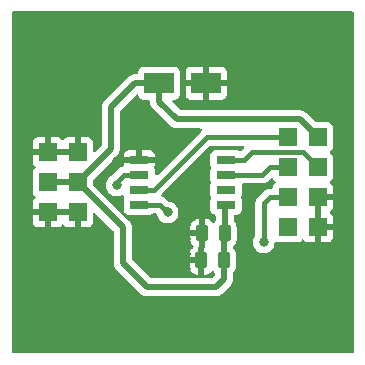
<source format=gbr>
%TF.GenerationSoftware,KiCad,Pcbnew,6.0.11+dfsg-1~bpo11+1*%
%TF.CreationDate,2023-04-13T10:25:38+00:00*%
%TF.ProjectId,FRAM01A,4652414d-3031-4412-9e6b-696361645f70,rev?*%
%TF.SameCoordinates,Original*%
%TF.FileFunction,Copper,L2,Bot*%
%TF.FilePolarity,Positive*%
%FSLAX46Y46*%
G04 Gerber Fmt 4.6, Leading zero omitted, Abs format (unit mm)*
G04 Created by KiCad (PCBNEW 6.0.11+dfsg-1~bpo11+1) date 2023-04-13 10:25:38*
%MOMM*%
%LPD*%
G01*
G04 APERTURE LIST*
G04 Aperture macros list*
%AMRoundRect*
0 Rectangle with rounded corners*
0 $1 Rounding radius*
0 $2 $3 $4 $5 $6 $7 $8 $9 X,Y pos of 4 corners*
0 Add a 4 corners polygon primitive as box body*
4,1,4,$2,$3,$4,$5,$6,$7,$8,$9,$2,$3,0*
0 Add four circle primitives for the rounded corners*
1,1,$1+$1,$2,$3*
1,1,$1+$1,$4,$5*
1,1,$1+$1,$6,$7*
1,1,$1+$1,$8,$9*
0 Add four rect primitives between the rounded corners*
20,1,$1+$1,$2,$3,$4,$5,0*
20,1,$1+$1,$4,$5,$6,$7,0*
20,1,$1+$1,$6,$7,$8,$9,0*
20,1,$1+$1,$8,$9,$2,$3,0*%
G04 Aperture macros list end*
%TA.AperFunction,ComponentPad*%
%ADD10C,6.000000*%
%TD*%
%TA.AperFunction,ComponentPad*%
%ADD11R,1.524000X1.524000*%
%TD*%
%TA.AperFunction,SMDPad,CuDef*%
%ADD12R,1.650000X0.650000*%
%TD*%
%TA.AperFunction,SMDPad,CuDef*%
%ADD13R,2.500000X1.800000*%
%TD*%
%TA.AperFunction,SMDPad,CuDef*%
%ADD14RoundRect,0.250000X0.250000X0.475000X-0.250000X0.475000X-0.250000X-0.475000X0.250000X-0.475000X0*%
%TD*%
%TA.AperFunction,ViaPad*%
%ADD15C,0.800000*%
%TD*%
%TA.AperFunction,Conductor*%
%ADD16C,0.400000*%
%TD*%
%TA.AperFunction,Conductor*%
%ADD17C,0.250000*%
%TD*%
%TA.AperFunction,Conductor*%
%ADD18C,0.508000*%
%TD*%
G04 APERTURE END LIST*
D10*
%TO.P,M4,1*%
%TO.N,GND*%
X147320000Y-96520000D03*
%TD*%
D11*
%TO.P,J1,1*%
%TO.N,GND*%
X125730000Y-83820000D03*
%TO.P,J1,2*%
X128270000Y-83820000D03*
%TO.P,J1,3*%
%TO.N,+3.3V*%
X125730000Y-86360000D03*
%TO.P,J1,4*%
X128270000Y-86360000D03*
%TO.P,J1,5*%
%TO.N,GND*%
X125730000Y-88900000D03*
%TO.P,J1,6*%
X128270000Y-88900000D03*
%TD*%
D10*
%TO.P,M1,1*%
%TO.N,GND*%
X127000000Y-76200000D03*
%TD*%
%TO.P,M3,1*%
%TO.N,GND*%
X147320000Y-76200000D03*
%TD*%
D11*
%TO.P,J2,1*%
%TO.N,MISO*%
X146050000Y-82550000D03*
%TO.P,J2,2*%
%TO.N,+3.3V*%
X148590000Y-82550000D03*
%TO.P,J2,3*%
%TO.N,SCK*%
X146050000Y-85090000D03*
%TO.P,J2,4*%
%TO.N,MOSI*%
X148590000Y-85090000D03*
%TO.P,J2,5*%
%TO.N,~{CS}*%
X146050000Y-87630000D03*
%TO.P,J2,6*%
%TO.N,GND*%
X148590000Y-87630000D03*
%TO.P,J2,7*%
%TO.N,~{WP}*%
X146050000Y-90170000D03*
%TO.P,J2,8*%
%TO.N,GND*%
X148590000Y-90170000D03*
%TD*%
D10*
%TO.P,M2,1*%
%TO.N,GND*%
X127000000Y-96520000D03*
%TD*%
D12*
%TO.P,IC1,1,~{CS}*%
%TO.N,~{CS}*%
X133485000Y-88265000D03*
%TO.P,IC1,2,SO*%
%TO.N,MISO*%
X133485000Y-86995000D03*
%TO.P,IC1,3,~{WP}*%
%TO.N,~{WP}*%
X133485000Y-85725000D03*
%TO.P,IC1,4,VSS*%
%TO.N,GND*%
X133485000Y-84455000D03*
%TO.P,IC1,5,SI*%
%TO.N,MOSI*%
X140835000Y-84455000D03*
%TO.P,IC1,6,SCK*%
%TO.N,SCK*%
X140835000Y-85725000D03*
%TO.P,IC1,7,DNU*%
%TO.N,unconnected-(IC1-Pad7)*%
X140835000Y-86995000D03*
%TO.P,IC1,8,VDD*%
%TO.N,+3.3V*%
X140835000Y-88265000D03*
%TD*%
D13*
%TO.P,D1,1,K*%
%TO.N,+3.3V*%
X135160000Y-77978000D03*
%TO.P,D1,2,A*%
%TO.N,GND*%
X139160000Y-77978000D03*
%TD*%
D14*
%TO.P,C1,1*%
%TO.N,+3.3V*%
X140650000Y-92964000D03*
%TO.P,C1,2*%
%TO.N,GND*%
X138750000Y-92964000D03*
%TD*%
%TO.P,C2,1*%
%TO.N,+3.3V*%
X140716000Y-90678000D03*
%TO.P,C2,2*%
%TO.N,GND*%
X138816000Y-90678000D03*
%TD*%
D15*
%TO.N,GND*%
X134112000Y-83058000D03*
X141478000Y-76708000D03*
X137414000Y-89916000D03*
X141478000Y-77978000D03*
X131572000Y-84582000D03*
X135128000Y-83058000D03*
X135382000Y-84582000D03*
X137414000Y-93726000D03*
X141478000Y-79248000D03*
X133096000Y-83058000D03*
X137414000Y-92456000D03*
X137414000Y-91186000D03*
%TO.N,~{CS}*%
X135890000Y-88900000D03*
X144018000Y-91440000D03*
%TO.N,~{WP}*%
X131572000Y-86614000D03*
%TD*%
D16*
%TO.N,~{CS}*%
X144526000Y-87630000D02*
X146050000Y-87630000D01*
X135255000Y-88265000D02*
X135890000Y-88900000D01*
X133485000Y-88265000D02*
X135255000Y-88265000D01*
X144018000Y-91440000D02*
X144018000Y-88138000D01*
X144018000Y-88138000D02*
X144526000Y-87630000D01*
%TO.N,MISO*%
X133485000Y-86995000D02*
X134747000Y-86995000D01*
X139192000Y-82550000D02*
X146050000Y-82550000D01*
X134747000Y-86995000D02*
X139192000Y-82550000D01*
D17*
%TO.N,~{WP}*%
X131572000Y-86360000D02*
X131572000Y-86614000D01*
D16*
X132207000Y-85725000D02*
X131572000Y-86360000D01*
X133485000Y-85725000D02*
X132207000Y-85725000D01*
%TO.N,MOSI*%
X140835000Y-84455000D02*
X142367000Y-84455000D01*
X143002000Y-83820000D02*
X147320000Y-83820000D01*
X147320000Y-83820000D02*
X148590000Y-85090000D01*
X142367000Y-84455000D02*
X143002000Y-83820000D01*
%TO.N,SCK*%
X140835000Y-85725000D02*
X143891000Y-85725000D01*
X143891000Y-85725000D02*
X144526000Y-85090000D01*
X144526000Y-85090000D02*
X146050000Y-85090000D01*
D18*
%TO.N,+3.3V*%
X132080000Y-90170000D02*
X132080000Y-93218000D01*
X131064000Y-83566000D02*
X131064000Y-80010000D01*
X140716000Y-90678000D02*
X140716000Y-88384000D01*
X139954000Y-95250000D02*
X140650000Y-94554000D01*
X128270000Y-86360000D02*
X132080000Y-90170000D01*
X140650000Y-92964000D02*
X140650000Y-90744000D01*
X134112000Y-95250000D02*
X139954000Y-95250000D01*
X140716000Y-88384000D02*
X140835000Y-88265000D01*
X128270000Y-86360000D02*
X131064000Y-83566000D01*
D17*
X140906500Y-88336500D02*
X140835000Y-88265000D01*
D18*
X135160000Y-77978000D02*
X135160000Y-79534000D01*
X131064000Y-80010000D02*
X133096000Y-77978000D01*
X128270000Y-86360000D02*
X125730000Y-86360000D01*
X147066000Y-81026000D02*
X148590000Y-82550000D01*
X140650000Y-94554000D02*
X140650000Y-92964000D01*
X133096000Y-77978000D02*
X135160000Y-77978000D01*
X135160000Y-79534000D02*
X136652000Y-81026000D01*
X140650000Y-90744000D02*
X140716000Y-90678000D01*
X132080000Y-93218000D02*
X134112000Y-95250000D01*
X136652000Y-81026000D02*
X147066000Y-81026000D01*
%TD*%
%TA.AperFunction,Conductor*%
%TO.N,GND*%
G36*
X151579621Y-71902502D02*
G01*
X151626114Y-71956158D01*
X151637500Y-72008500D01*
X151637500Y-100711500D01*
X151617498Y-100779621D01*
X151563842Y-100826114D01*
X151511500Y-100837500D01*
X122808500Y-100837500D01*
X122740379Y-100817498D01*
X122693886Y-100763842D01*
X122682500Y-100711500D01*
X122682500Y-89706669D01*
X124460001Y-89706669D01*
X124460371Y-89713490D01*
X124465895Y-89764352D01*
X124469521Y-89779604D01*
X124514676Y-89900054D01*
X124523214Y-89915649D01*
X124599715Y-90017724D01*
X124612276Y-90030285D01*
X124714351Y-90106786D01*
X124729946Y-90115324D01*
X124850394Y-90160478D01*
X124865649Y-90164105D01*
X124916514Y-90169631D01*
X124923328Y-90170000D01*
X125457885Y-90170000D01*
X125473124Y-90165525D01*
X125474329Y-90164135D01*
X125476000Y-90156452D01*
X125476000Y-90151884D01*
X125984000Y-90151884D01*
X125988475Y-90167123D01*
X125989865Y-90168328D01*
X125997548Y-90169999D01*
X126536669Y-90169999D01*
X126543490Y-90169629D01*
X126594352Y-90164105D01*
X126609604Y-90160479D01*
X126730054Y-90115324D01*
X126745649Y-90106786D01*
X126847724Y-90030285D01*
X126860284Y-90017725D01*
X126899173Y-89965835D01*
X126956032Y-89923319D01*
X127026851Y-89918293D01*
X127089144Y-89952353D01*
X127100827Y-89965835D01*
X127139716Y-90017725D01*
X127152276Y-90030285D01*
X127254351Y-90106786D01*
X127269946Y-90115324D01*
X127390394Y-90160478D01*
X127405649Y-90164105D01*
X127456514Y-90169631D01*
X127463328Y-90170000D01*
X127997885Y-90170000D01*
X128013124Y-90165525D01*
X128014329Y-90164135D01*
X128016000Y-90156452D01*
X128016000Y-89172115D01*
X128011525Y-89156876D01*
X128010135Y-89155671D01*
X128002452Y-89154000D01*
X126002115Y-89154000D01*
X125986876Y-89158475D01*
X125985671Y-89159865D01*
X125984000Y-89167548D01*
X125984000Y-90151884D01*
X125476000Y-90151884D01*
X125476000Y-89172115D01*
X125471525Y-89156876D01*
X125470135Y-89155671D01*
X125462452Y-89154000D01*
X124478116Y-89154000D01*
X124462877Y-89158475D01*
X124461672Y-89159865D01*
X124460001Y-89167548D01*
X124460001Y-89706669D01*
X122682500Y-89706669D01*
X122682500Y-87170134D01*
X124459500Y-87170134D01*
X124466255Y-87232316D01*
X124517385Y-87368705D01*
X124604739Y-87485261D01*
X124663749Y-87529487D01*
X124706264Y-87586344D01*
X124711290Y-87657163D01*
X124677230Y-87719456D01*
X124663749Y-87731138D01*
X124612276Y-87769715D01*
X124599715Y-87782276D01*
X124523214Y-87884351D01*
X124514676Y-87899946D01*
X124469522Y-88020394D01*
X124465895Y-88035649D01*
X124460369Y-88086514D01*
X124460000Y-88093328D01*
X124460000Y-88627885D01*
X124464475Y-88643124D01*
X124465865Y-88644329D01*
X124473548Y-88646000D01*
X128398000Y-88646000D01*
X128466121Y-88666002D01*
X128512614Y-88719658D01*
X128524000Y-88772000D01*
X128524000Y-90151884D01*
X128528475Y-90167123D01*
X128529865Y-90168328D01*
X128537548Y-90169999D01*
X129076669Y-90169999D01*
X129083490Y-90169629D01*
X129134352Y-90164105D01*
X129149604Y-90160479D01*
X129270054Y-90115324D01*
X129285649Y-90106786D01*
X129387724Y-90030285D01*
X129400285Y-90017724D01*
X129476786Y-89915649D01*
X129485324Y-89900054D01*
X129530478Y-89779606D01*
X129534105Y-89764351D01*
X129539631Y-89713486D01*
X129540000Y-89706672D01*
X129539999Y-89012527D01*
X129560001Y-88944406D01*
X129613657Y-88897913D01*
X129683930Y-88887809D01*
X129748511Y-88917302D01*
X129755094Y-88923432D01*
X131280595Y-90448933D01*
X131314621Y-90511245D01*
X131317500Y-90538028D01*
X131317500Y-93150624D01*
X131316067Y-93169574D01*
X131313876Y-93183973D01*
X131313876Y-93183979D01*
X131312776Y-93191208D01*
X131313369Y-93198500D01*
X131313369Y-93198503D01*
X131317085Y-93244183D01*
X131317500Y-93254398D01*
X131317500Y-93262525D01*
X131320811Y-93290924D01*
X131321238Y-93295244D01*
X131327191Y-93368426D01*
X131329447Y-93375388D01*
X131330643Y-93381376D01*
X131332051Y-93387333D01*
X131332899Y-93394607D01*
X131335397Y-93401489D01*
X131335398Y-93401493D01*
X131357945Y-93463607D01*
X131359355Y-93467711D01*
X131381987Y-93537575D01*
X131385787Y-93543838D01*
X131388325Y-93549380D01*
X131391067Y-93554856D01*
X131393566Y-93561741D01*
X131397581Y-93567865D01*
X131433815Y-93623132D01*
X131436130Y-93626800D01*
X131474227Y-93689581D01*
X131477941Y-93693786D01*
X131477943Y-93693789D01*
X131481667Y-93698005D01*
X131481638Y-93698031D01*
X131484238Y-93700962D01*
X131487042Y-93704316D01*
X131491054Y-93710435D01*
X131496366Y-93715467D01*
X131547586Y-93763988D01*
X131550028Y-93766366D01*
X133525190Y-95741528D01*
X133537577Y-95755941D01*
X133550546Y-95773564D01*
X133556129Y-95778307D01*
X133591055Y-95807979D01*
X133598571Y-95814909D01*
X133604315Y-95820653D01*
X133607189Y-95822927D01*
X133607196Y-95822933D01*
X133626711Y-95838372D01*
X133630115Y-95841163D01*
X133680472Y-95883945D01*
X133680476Y-95883948D01*
X133686051Y-95888684D01*
X133692568Y-95892012D01*
X133697632Y-95895389D01*
X133702856Y-95898616D01*
X133708600Y-95903160D01*
X133715231Y-95906259D01*
X133775082Y-95934232D01*
X133779033Y-95936163D01*
X133844404Y-95969543D01*
X133851519Y-95971284D01*
X133857265Y-95973421D01*
X133863048Y-95975345D01*
X133869679Y-95978444D01*
X133941557Y-95993394D01*
X133945829Y-95994361D01*
X134017112Y-96011804D01*
X134022711Y-96012151D01*
X134022715Y-96012152D01*
X134028330Y-96012500D01*
X134028328Y-96012539D01*
X134032229Y-96012772D01*
X134036588Y-96013161D01*
X134043756Y-96014652D01*
X134051073Y-96014454D01*
X134121577Y-96012546D01*
X134124986Y-96012500D01*
X139886624Y-96012500D01*
X139905574Y-96013933D01*
X139919973Y-96016124D01*
X139919979Y-96016124D01*
X139927208Y-96017224D01*
X139934500Y-96016631D01*
X139934503Y-96016631D01*
X139980183Y-96012915D01*
X139990398Y-96012500D01*
X139998525Y-96012500D01*
X140002161Y-96012076D01*
X140002163Y-96012076D01*
X140005615Y-96011673D01*
X140026924Y-96009189D01*
X140031244Y-96008762D01*
X140104426Y-96002809D01*
X140111388Y-96000553D01*
X140117376Y-95999357D01*
X140123333Y-95997949D01*
X140130607Y-95997101D01*
X140137489Y-95994603D01*
X140137493Y-95994602D01*
X140199607Y-95972055D01*
X140203711Y-95970645D01*
X140273575Y-95948013D01*
X140279838Y-95944213D01*
X140285380Y-95941675D01*
X140290856Y-95938933D01*
X140297741Y-95936434D01*
X140359132Y-95896185D01*
X140362800Y-95893870D01*
X140425581Y-95855773D01*
X140429786Y-95852059D01*
X140429789Y-95852057D01*
X140434005Y-95848333D01*
X140434031Y-95848362D01*
X140436962Y-95845762D01*
X140440316Y-95842958D01*
X140446435Y-95838946D01*
X140499989Y-95782413D01*
X140502366Y-95779972D01*
X141141528Y-95140810D01*
X141155941Y-95128423D01*
X141167665Y-95119795D01*
X141173564Y-95115454D01*
X141207979Y-95074945D01*
X141214909Y-95067429D01*
X141220653Y-95061685D01*
X141222927Y-95058811D01*
X141222933Y-95058804D01*
X141238372Y-95039289D01*
X141241163Y-95035885D01*
X141283945Y-94985528D01*
X141283948Y-94985524D01*
X141288684Y-94979949D01*
X141292012Y-94973432D01*
X141295389Y-94968368D01*
X141298616Y-94963144D01*
X141303160Y-94957400D01*
X141334242Y-94890896D01*
X141336147Y-94886999D01*
X141369543Y-94821596D01*
X141371284Y-94814482D01*
X141373416Y-94808748D01*
X141375344Y-94802952D01*
X141378444Y-94796320D01*
X141393395Y-94724440D01*
X141394365Y-94720156D01*
X141410469Y-94654342D01*
X141411804Y-94648888D01*
X141412500Y-94637670D01*
X141412537Y-94637672D01*
X141412773Y-94633773D01*
X141413163Y-94629402D01*
X141414652Y-94622243D01*
X141412546Y-94544423D01*
X141412500Y-94541014D01*
X141412500Y-94051386D01*
X141432502Y-93983265D01*
X141449327Y-93962368D01*
X141494134Y-93917483D01*
X141499305Y-93912303D01*
X141592115Y-93761738D01*
X141647797Y-93593861D01*
X141652355Y-93549380D01*
X141654277Y-93530614D01*
X141658500Y-93489400D01*
X141658500Y-92438600D01*
X141658163Y-92435350D01*
X141648238Y-92339692D01*
X141648237Y-92339688D01*
X141647526Y-92332834D01*
X141639964Y-92310166D01*
X141593868Y-92172002D01*
X141591550Y-92165054D01*
X141498478Y-92014652D01*
X141460704Y-91976944D01*
X141449482Y-91965741D01*
X141415403Y-91903458D01*
X141412500Y-91876568D01*
X141412500Y-91831501D01*
X141432502Y-91763380D01*
X141449327Y-91742483D01*
X141460529Y-91731262D01*
X141565305Y-91626303D01*
X141591856Y-91583230D01*
X141654275Y-91481968D01*
X141654276Y-91481966D01*
X141658115Y-91475738D01*
X141713797Y-91307861D01*
X141714574Y-91300285D01*
X141722515Y-91222770D01*
X141724500Y-91203400D01*
X141724500Y-90152600D01*
X141723589Y-90143818D01*
X141714238Y-90053692D01*
X141714237Y-90053688D01*
X141713526Y-90046834D01*
X141706865Y-90026867D01*
X141659868Y-89886002D01*
X141657550Y-89879054D01*
X141564478Y-89728652D01*
X141549290Y-89713490D01*
X141515482Y-89679741D01*
X141481403Y-89617458D01*
X141478500Y-89590568D01*
X141478500Y-89224500D01*
X141498502Y-89156379D01*
X141552158Y-89109886D01*
X141604500Y-89098500D01*
X141708134Y-89098500D01*
X141770316Y-89091745D01*
X141906705Y-89040615D01*
X142023261Y-88953261D01*
X142110615Y-88836705D01*
X142161745Y-88700316D01*
X142168500Y-88638134D01*
X142168500Y-87891866D01*
X142161745Y-87829684D01*
X142138726Y-87768282D01*
X142113766Y-87701699D01*
X142113764Y-87701696D01*
X142110615Y-87693295D01*
X142107273Y-87688836D01*
X142092470Y-87621152D01*
X142107067Y-87571439D01*
X142110615Y-87566705D01*
X142124242Y-87530357D01*
X142158971Y-87437715D01*
X142161745Y-87430316D01*
X142168500Y-87368134D01*
X142168500Y-86621866D01*
X142163203Y-86573107D01*
X142175731Y-86503226D01*
X142224051Y-86451210D01*
X142288466Y-86433500D01*
X143862088Y-86433500D01*
X143870658Y-86433792D01*
X143920776Y-86437209D01*
X143920780Y-86437209D01*
X143928352Y-86437725D01*
X143935829Y-86436420D01*
X143935830Y-86436420D01*
X143968976Y-86430635D01*
X143991303Y-86426738D01*
X143997821Y-86425777D01*
X144061242Y-86418102D01*
X144068343Y-86415419D01*
X144070952Y-86414778D01*
X144087262Y-86410315D01*
X144089798Y-86409550D01*
X144097284Y-86408243D01*
X144155800Y-86382556D01*
X144161904Y-86380065D01*
X144214548Y-86360173D01*
X144214549Y-86360172D01*
X144221656Y-86357487D01*
X144227919Y-86353183D01*
X144230285Y-86351946D01*
X144245097Y-86343701D01*
X144247351Y-86342368D01*
X144254305Y-86339315D01*
X144305002Y-86300413D01*
X144310332Y-86296541D01*
X144356720Y-86264661D01*
X144356725Y-86264656D01*
X144362981Y-86260357D01*
X144404436Y-86213829D01*
X144409416Y-86208554D01*
X144612264Y-86005706D01*
X144674576Y-85971680D01*
X144745391Y-85976745D01*
X144802227Y-86019292D01*
X144819339Y-86050568D01*
X144837385Y-86098705D01*
X144924739Y-86215261D01*
X144931918Y-86220641D01*
X144931919Y-86220642D01*
X144983332Y-86259174D01*
X145025847Y-86316033D01*
X145030873Y-86386852D01*
X144996813Y-86449145D01*
X144983333Y-86460825D01*
X144924739Y-86504739D01*
X144837385Y-86621295D01*
X144786255Y-86757684D01*
X144785402Y-86765536D01*
X144785401Y-86765540D01*
X144781970Y-86797125D01*
X144781232Y-86803928D01*
X144780669Y-86809107D01*
X144753428Y-86874669D01*
X144695065Y-86915096D01*
X144655406Y-86921500D01*
X144554911Y-86921500D01*
X144546342Y-86921208D01*
X144496223Y-86917791D01*
X144496219Y-86917791D01*
X144488647Y-86917275D01*
X144425685Y-86928264D01*
X144419195Y-86929221D01*
X144355758Y-86936898D01*
X144348649Y-86939584D01*
X144346078Y-86940216D01*
X144329772Y-86944676D01*
X144327204Y-86945451D01*
X144319716Y-86946758D01*
X144284722Y-86962119D01*
X144261212Y-86972439D01*
X144255105Y-86974931D01*
X144202452Y-86994827D01*
X144195344Y-86997513D01*
X144189083Y-87001816D01*
X144186717Y-87003053D01*
X144171937Y-87011280D01*
X144169652Y-87012631D01*
X144162695Y-87015685D01*
X144156675Y-87020305D01*
X144156669Y-87020308D01*
X144125542Y-87044194D01*
X144111998Y-87054587D01*
X144106668Y-87058459D01*
X144060280Y-87090339D01*
X144060275Y-87090344D01*
X144054019Y-87094643D01*
X144048968Y-87100313D01*
X144048966Y-87100314D01*
X144012565Y-87141170D01*
X144007584Y-87146446D01*
X143537480Y-87616550D01*
X143531215Y-87622404D01*
X143487615Y-87660439D01*
X143464071Y-87693939D01*
X143450872Y-87712719D01*
X143446939Y-87718014D01*
X143407524Y-87768282D01*
X143404401Y-87775198D01*
X143403017Y-87777484D01*
X143394643Y-87792165D01*
X143393378Y-87794525D01*
X143389010Y-87800739D01*
X143386250Y-87807818D01*
X143386249Y-87807820D01*
X143365798Y-87860275D01*
X143363247Y-87866344D01*
X143336955Y-87924573D01*
X143335571Y-87932040D01*
X143334770Y-87934595D01*
X143330141Y-87950848D01*
X143329478Y-87953428D01*
X143326718Y-87960509D01*
X143325727Y-87968040D01*
X143325726Y-87968042D01*
X143318379Y-88023852D01*
X143317348Y-88030359D01*
X143305704Y-88093186D01*
X143306141Y-88100766D01*
X143306141Y-88100767D01*
X143309291Y-88155392D01*
X143309500Y-88162646D01*
X143309500Y-90821256D01*
X143289498Y-90889377D01*
X143285436Y-90895317D01*
X143283379Y-90898148D01*
X143278960Y-90903056D01*
X143275659Y-90908774D01*
X143275658Y-90908775D01*
X143203157Y-91034351D01*
X143183473Y-91068444D01*
X143124458Y-91250072D01*
X143123768Y-91256633D01*
X143123768Y-91256635D01*
X143118384Y-91307861D01*
X143104496Y-91440000D01*
X143124458Y-91629928D01*
X143183473Y-91811556D01*
X143278960Y-91976944D01*
X143283378Y-91981851D01*
X143283379Y-91981852D01*
X143325316Y-92028428D01*
X143406747Y-92118866D01*
X143561248Y-92231118D01*
X143567276Y-92233802D01*
X143567278Y-92233803D01*
X143729681Y-92306109D01*
X143735712Y-92308794D01*
X143818052Y-92326296D01*
X143916056Y-92347128D01*
X143916061Y-92347128D01*
X143922513Y-92348500D01*
X144113487Y-92348500D01*
X144119939Y-92347128D01*
X144119944Y-92347128D01*
X144217948Y-92326296D01*
X144300288Y-92308794D01*
X144306319Y-92306109D01*
X144468722Y-92233803D01*
X144468724Y-92233802D01*
X144474752Y-92231118D01*
X144629253Y-92118866D01*
X144710684Y-92028428D01*
X144752621Y-91981852D01*
X144752622Y-91981851D01*
X144757040Y-91976944D01*
X144852527Y-91811556D01*
X144911542Y-91629928D01*
X144924443Y-91507178D01*
X144951456Y-91441522D01*
X145009677Y-91400892D01*
X145080623Y-91398189D01*
X145093982Y-91402367D01*
X145170282Y-91430971D01*
X145170288Y-91430973D01*
X145177684Y-91433745D01*
X145239866Y-91440500D01*
X146860134Y-91440500D01*
X146922316Y-91433745D01*
X147058705Y-91382615D01*
X147175261Y-91295261D01*
X147219487Y-91236251D01*
X147276344Y-91193736D01*
X147347163Y-91188710D01*
X147409456Y-91222770D01*
X147421138Y-91236251D01*
X147459715Y-91287724D01*
X147472276Y-91300285D01*
X147574351Y-91376786D01*
X147589946Y-91385324D01*
X147710394Y-91430478D01*
X147725649Y-91434105D01*
X147776514Y-91439631D01*
X147783328Y-91440000D01*
X148317885Y-91440000D01*
X148333124Y-91435525D01*
X148334329Y-91434135D01*
X148336000Y-91426452D01*
X148336000Y-91421884D01*
X148844000Y-91421884D01*
X148848475Y-91437123D01*
X148849865Y-91438328D01*
X148857548Y-91439999D01*
X149396669Y-91439999D01*
X149403490Y-91439629D01*
X149454352Y-91434105D01*
X149469604Y-91430479D01*
X149590054Y-91385324D01*
X149605649Y-91376786D01*
X149707724Y-91300285D01*
X149720285Y-91287724D01*
X149796786Y-91185649D01*
X149805324Y-91170054D01*
X149850478Y-91049606D01*
X149854105Y-91034351D01*
X149859631Y-90983486D01*
X149860000Y-90976672D01*
X149860000Y-90442115D01*
X149855525Y-90426876D01*
X149854135Y-90425671D01*
X149846452Y-90424000D01*
X148862115Y-90424000D01*
X148846876Y-90428475D01*
X148845671Y-90429865D01*
X148844000Y-90437548D01*
X148844000Y-91421884D01*
X148336000Y-91421884D01*
X148336000Y-89897885D01*
X148844000Y-89897885D01*
X148848475Y-89913124D01*
X148849865Y-89914329D01*
X148857548Y-89916000D01*
X149841884Y-89916000D01*
X149857123Y-89911525D01*
X149858328Y-89910135D01*
X149859999Y-89902452D01*
X149859999Y-89363331D01*
X149859629Y-89356510D01*
X149854105Y-89305648D01*
X149850479Y-89290396D01*
X149805324Y-89169946D01*
X149796786Y-89154351D01*
X149720285Y-89052276D01*
X149707725Y-89039716D01*
X149655835Y-89000827D01*
X149613319Y-88943968D01*
X149608293Y-88873149D01*
X149642353Y-88810856D01*
X149655835Y-88799173D01*
X149707725Y-88760284D01*
X149720285Y-88747724D01*
X149796786Y-88645649D01*
X149805324Y-88630054D01*
X149850478Y-88509606D01*
X149854105Y-88494351D01*
X149859631Y-88443486D01*
X149860000Y-88436672D01*
X149860000Y-87902115D01*
X149855525Y-87886876D01*
X149854135Y-87885671D01*
X149846452Y-87884000D01*
X148862115Y-87884000D01*
X148846876Y-87888475D01*
X148845671Y-87889865D01*
X148844000Y-87897548D01*
X148844000Y-89897885D01*
X148336000Y-89897885D01*
X148336000Y-87502000D01*
X148356002Y-87433879D01*
X148409658Y-87387386D01*
X148462000Y-87376000D01*
X149841884Y-87376000D01*
X149857123Y-87371525D01*
X149858328Y-87370135D01*
X149859999Y-87362452D01*
X149859999Y-86823331D01*
X149859629Y-86816510D01*
X149854105Y-86765648D01*
X149850479Y-86750396D01*
X149805324Y-86629946D01*
X149796786Y-86614351D01*
X149720285Y-86512276D01*
X149707724Y-86499715D01*
X149656251Y-86461138D01*
X149613736Y-86404279D01*
X149608710Y-86333460D01*
X149642770Y-86271167D01*
X149656245Y-86259491D01*
X149715261Y-86215261D01*
X149802615Y-86098705D01*
X149853745Y-85962316D01*
X149860500Y-85900134D01*
X149860500Y-84279866D01*
X149853745Y-84217684D01*
X149802615Y-84081295D01*
X149715261Y-83964739D01*
X149656668Y-83920826D01*
X149614153Y-83863967D01*
X149609127Y-83793148D01*
X149643187Y-83730855D01*
X149656668Y-83719174D01*
X149672282Y-83707472D01*
X149715261Y-83675261D01*
X149802615Y-83558705D01*
X149853745Y-83422316D01*
X149860500Y-83360134D01*
X149860500Y-81739866D01*
X149853745Y-81677684D01*
X149802615Y-81541295D01*
X149715261Y-81424739D01*
X149598705Y-81337385D01*
X149462316Y-81286255D01*
X149400134Y-81279500D01*
X148450028Y-81279500D01*
X148381907Y-81259498D01*
X148360933Y-81242595D01*
X147652810Y-80534472D01*
X147640423Y-80520059D01*
X147631795Y-80508335D01*
X147627454Y-80502436D01*
X147586945Y-80468021D01*
X147579429Y-80461091D01*
X147573685Y-80455347D01*
X147570811Y-80453073D01*
X147570804Y-80453067D01*
X147551289Y-80437628D01*
X147547885Y-80434837D01*
X147497528Y-80392055D01*
X147497524Y-80392052D01*
X147491949Y-80387316D01*
X147485432Y-80383988D01*
X147480368Y-80380611D01*
X147475144Y-80377384D01*
X147469400Y-80372840D01*
X147443109Y-80360552D01*
X147402918Y-80341768D01*
X147398967Y-80339837D01*
X147340117Y-80309787D01*
X147333596Y-80306457D01*
X147326481Y-80304716D01*
X147320735Y-80302579D01*
X147314952Y-80300655D01*
X147308321Y-80297556D01*
X147236443Y-80282606D01*
X147232171Y-80281639D01*
X147160888Y-80264196D01*
X147155289Y-80263849D01*
X147155285Y-80263848D01*
X147149670Y-80263500D01*
X147149672Y-80263461D01*
X147145771Y-80263228D01*
X147141412Y-80262839D01*
X147134244Y-80261348D01*
X147126927Y-80261546D01*
X147056423Y-80263454D01*
X147053014Y-80263500D01*
X137020028Y-80263500D01*
X136951907Y-80243498D01*
X136930933Y-80226595D01*
X136305933Y-79601595D01*
X136271907Y-79539283D01*
X136276972Y-79468468D01*
X136319519Y-79411632D01*
X136386039Y-79386821D01*
X136395028Y-79386500D01*
X136458134Y-79386500D01*
X136520316Y-79379745D01*
X136656705Y-79328615D01*
X136773261Y-79241261D01*
X136860615Y-79124705D01*
X136911745Y-78988316D01*
X136918500Y-78926134D01*
X136918500Y-78922669D01*
X137402001Y-78922669D01*
X137402371Y-78929490D01*
X137407895Y-78980352D01*
X137411521Y-78995604D01*
X137456676Y-79116054D01*
X137465214Y-79131649D01*
X137541715Y-79233724D01*
X137554276Y-79246285D01*
X137656351Y-79322786D01*
X137671946Y-79331324D01*
X137792394Y-79376478D01*
X137807649Y-79380105D01*
X137858514Y-79385631D01*
X137865328Y-79386000D01*
X138887885Y-79386000D01*
X138903124Y-79381525D01*
X138904329Y-79380135D01*
X138906000Y-79372452D01*
X138906000Y-79367884D01*
X139414000Y-79367884D01*
X139418475Y-79383123D01*
X139419865Y-79384328D01*
X139427548Y-79385999D01*
X140454669Y-79385999D01*
X140461490Y-79385629D01*
X140512352Y-79380105D01*
X140527604Y-79376479D01*
X140648054Y-79331324D01*
X140663649Y-79322786D01*
X140765724Y-79246285D01*
X140778285Y-79233724D01*
X140854786Y-79131649D01*
X140863324Y-79116054D01*
X140908478Y-78995606D01*
X140912105Y-78980351D01*
X140917631Y-78929486D01*
X140918000Y-78922672D01*
X140918000Y-78250115D01*
X140913525Y-78234876D01*
X140912135Y-78233671D01*
X140904452Y-78232000D01*
X139432115Y-78232000D01*
X139416876Y-78236475D01*
X139415671Y-78237865D01*
X139414000Y-78245548D01*
X139414000Y-79367884D01*
X138906000Y-79367884D01*
X138906000Y-78250115D01*
X138901525Y-78234876D01*
X138900135Y-78233671D01*
X138892452Y-78232000D01*
X137420116Y-78232000D01*
X137404877Y-78236475D01*
X137403672Y-78237865D01*
X137402001Y-78245548D01*
X137402001Y-78922669D01*
X136918500Y-78922669D01*
X136918500Y-77705885D01*
X137402000Y-77705885D01*
X137406475Y-77721124D01*
X137407865Y-77722329D01*
X137415548Y-77724000D01*
X138887885Y-77724000D01*
X138903124Y-77719525D01*
X138904329Y-77718135D01*
X138906000Y-77710452D01*
X138906000Y-77705885D01*
X139414000Y-77705885D01*
X139418475Y-77721124D01*
X139419865Y-77722329D01*
X139427548Y-77724000D01*
X140899884Y-77724000D01*
X140915123Y-77719525D01*
X140916328Y-77718135D01*
X140917999Y-77710452D01*
X140917999Y-77033331D01*
X140917629Y-77026510D01*
X140912105Y-76975648D01*
X140908479Y-76960396D01*
X140863324Y-76839946D01*
X140854786Y-76824351D01*
X140778285Y-76722276D01*
X140765724Y-76709715D01*
X140663649Y-76633214D01*
X140648054Y-76624676D01*
X140527606Y-76579522D01*
X140512351Y-76575895D01*
X140461486Y-76570369D01*
X140454672Y-76570000D01*
X139432115Y-76570000D01*
X139416876Y-76574475D01*
X139415671Y-76575865D01*
X139414000Y-76583548D01*
X139414000Y-77705885D01*
X138906000Y-77705885D01*
X138906000Y-76588116D01*
X138901525Y-76572877D01*
X138900135Y-76571672D01*
X138892452Y-76570001D01*
X137865331Y-76570001D01*
X137858510Y-76570371D01*
X137807648Y-76575895D01*
X137792396Y-76579521D01*
X137671946Y-76624676D01*
X137656351Y-76633214D01*
X137554276Y-76709715D01*
X137541715Y-76722276D01*
X137465214Y-76824351D01*
X137456676Y-76839946D01*
X137411522Y-76960394D01*
X137407895Y-76975649D01*
X137402369Y-77026514D01*
X137402000Y-77033328D01*
X137402000Y-77705885D01*
X136918500Y-77705885D01*
X136918500Y-77029866D01*
X136911745Y-76967684D01*
X136860615Y-76831295D01*
X136773261Y-76714739D01*
X136656705Y-76627385D01*
X136520316Y-76576255D01*
X136458134Y-76569500D01*
X133861866Y-76569500D01*
X133799684Y-76576255D01*
X133663295Y-76627385D01*
X133546739Y-76714739D01*
X133459385Y-76831295D01*
X133408255Y-76967684D01*
X133401500Y-77029866D01*
X133401500Y-77089500D01*
X133381498Y-77157621D01*
X133327842Y-77204114D01*
X133275500Y-77215500D01*
X133163376Y-77215500D01*
X133144426Y-77214067D01*
X133130027Y-77211876D01*
X133130021Y-77211876D01*
X133122792Y-77210776D01*
X133115500Y-77211369D01*
X133115497Y-77211369D01*
X133069817Y-77215085D01*
X133059602Y-77215500D01*
X133051475Y-77215500D01*
X133047839Y-77215924D01*
X133047837Y-77215924D01*
X133044385Y-77216327D01*
X133023076Y-77218811D01*
X133018756Y-77219238D01*
X132945574Y-77225191D01*
X132938612Y-77227447D01*
X132932624Y-77228643D01*
X132926667Y-77230051D01*
X132919393Y-77230899D01*
X132912511Y-77233397D01*
X132912507Y-77233398D01*
X132850393Y-77255945D01*
X132846289Y-77257355D01*
X132776425Y-77279987D01*
X132770162Y-77283787D01*
X132764620Y-77286325D01*
X132759144Y-77289067D01*
X132752259Y-77291566D01*
X132746135Y-77295581D01*
X132690868Y-77331815D01*
X132687200Y-77334130D01*
X132624419Y-77372227D01*
X132620214Y-77375941D01*
X132620211Y-77375943D01*
X132615995Y-77379667D01*
X132615969Y-77379638D01*
X132613038Y-77382238D01*
X132609684Y-77385042D01*
X132603565Y-77389054D01*
X132598533Y-77394366D01*
X132550012Y-77445586D01*
X132547634Y-77448028D01*
X130572472Y-79423190D01*
X130558059Y-79435577D01*
X130540436Y-79448546D01*
X130535692Y-79454129D01*
X130535693Y-79454129D01*
X130506021Y-79489055D01*
X130499091Y-79496571D01*
X130493347Y-79502315D01*
X130491073Y-79505189D01*
X130491067Y-79505196D01*
X130475628Y-79524711D01*
X130472837Y-79528115D01*
X130430055Y-79578472D01*
X130430052Y-79578476D01*
X130425316Y-79584051D01*
X130421988Y-79590568D01*
X130418611Y-79595632D01*
X130415384Y-79600856D01*
X130410840Y-79606600D01*
X130407741Y-79613231D01*
X130379768Y-79673082D01*
X130377837Y-79677033D01*
X130360851Y-79710298D01*
X130344457Y-79742404D01*
X130342716Y-79749519D01*
X130340579Y-79755265D01*
X130338655Y-79761048D01*
X130335556Y-79767679D01*
X130334066Y-79774843D01*
X130320608Y-79839547D01*
X130319639Y-79843829D01*
X130302196Y-79915112D01*
X130301500Y-79926330D01*
X130301461Y-79926328D01*
X130301228Y-79930229D01*
X130300839Y-79934588D01*
X130299348Y-79941756D01*
X130299546Y-79949073D01*
X130301454Y-80019577D01*
X130301500Y-80022986D01*
X130301500Y-83197972D01*
X130281498Y-83266093D01*
X130264595Y-83287067D01*
X129755095Y-83796567D01*
X129692783Y-83830593D01*
X129621968Y-83825528D01*
X129565132Y-83782981D01*
X129540321Y-83716461D01*
X129540000Y-83707472D01*
X129539999Y-83013331D01*
X129539629Y-83006510D01*
X129534105Y-82955648D01*
X129530479Y-82940396D01*
X129485324Y-82819946D01*
X129476786Y-82804351D01*
X129400285Y-82702276D01*
X129387724Y-82689715D01*
X129285649Y-82613214D01*
X129270054Y-82604676D01*
X129149606Y-82559522D01*
X129134351Y-82555895D01*
X129083486Y-82550369D01*
X129076672Y-82550000D01*
X128542115Y-82550000D01*
X128526876Y-82554475D01*
X128525671Y-82555865D01*
X128524000Y-82563548D01*
X128524000Y-83948000D01*
X128503998Y-84016121D01*
X128450342Y-84062614D01*
X128398000Y-84074000D01*
X124478116Y-84074000D01*
X124462877Y-84078475D01*
X124461672Y-84079865D01*
X124460001Y-84087548D01*
X124460001Y-84626669D01*
X124460371Y-84633490D01*
X124465895Y-84684352D01*
X124469521Y-84699604D01*
X124514676Y-84820054D01*
X124523214Y-84835649D01*
X124599715Y-84937724D01*
X124612276Y-84950285D01*
X124663749Y-84988862D01*
X124706264Y-85045721D01*
X124711290Y-85116540D01*
X124677230Y-85178833D01*
X124663755Y-85190509D01*
X124604739Y-85234739D01*
X124517385Y-85351295D01*
X124466255Y-85487684D01*
X124459500Y-85549866D01*
X124459500Y-87170134D01*
X122682500Y-87170134D01*
X122682500Y-83547885D01*
X124460000Y-83547885D01*
X124464475Y-83563124D01*
X124465865Y-83564329D01*
X124473548Y-83566000D01*
X125457885Y-83566000D01*
X125473124Y-83561525D01*
X125474329Y-83560135D01*
X125476000Y-83552452D01*
X125476000Y-83547885D01*
X125984000Y-83547885D01*
X125988475Y-83563124D01*
X125989865Y-83564329D01*
X125997548Y-83566000D01*
X127997885Y-83566000D01*
X128013124Y-83561525D01*
X128014329Y-83560135D01*
X128016000Y-83552452D01*
X128016000Y-82568116D01*
X128011525Y-82552877D01*
X128010135Y-82551672D01*
X128002452Y-82550001D01*
X127463331Y-82550001D01*
X127456510Y-82550371D01*
X127405648Y-82555895D01*
X127390396Y-82559521D01*
X127269946Y-82604676D01*
X127254351Y-82613214D01*
X127152276Y-82689715D01*
X127139716Y-82702275D01*
X127100827Y-82754165D01*
X127043968Y-82796681D01*
X126973149Y-82801707D01*
X126910856Y-82767647D01*
X126899173Y-82754165D01*
X126860284Y-82702275D01*
X126847724Y-82689715D01*
X126745649Y-82613214D01*
X126730054Y-82604676D01*
X126609606Y-82559522D01*
X126594351Y-82555895D01*
X126543486Y-82550369D01*
X126536672Y-82550000D01*
X126002115Y-82550000D01*
X125986876Y-82554475D01*
X125985671Y-82555865D01*
X125984000Y-82563548D01*
X125984000Y-83547885D01*
X125476000Y-83547885D01*
X125476000Y-82568116D01*
X125471525Y-82552877D01*
X125470135Y-82551672D01*
X125462452Y-82550001D01*
X124923331Y-82550001D01*
X124916510Y-82550371D01*
X124865648Y-82555895D01*
X124850396Y-82559521D01*
X124729946Y-82604676D01*
X124714351Y-82613214D01*
X124612276Y-82689715D01*
X124599715Y-82702276D01*
X124523214Y-82804351D01*
X124514676Y-82819946D01*
X124469522Y-82940394D01*
X124465895Y-82955649D01*
X124460369Y-83006514D01*
X124460000Y-83013328D01*
X124460000Y-83547885D01*
X122682500Y-83547885D01*
X122682500Y-72008500D01*
X122702502Y-71940379D01*
X122756158Y-71893886D01*
X122808500Y-71882500D01*
X151511500Y-71882500D01*
X151579621Y-71902502D01*
G37*
%TD.AperFunction*%
%TA.AperFunction,Conductor*%
G36*
X133336407Y-78920097D02*
G01*
X133393243Y-78962644D01*
X133410357Y-78993924D01*
X133456142Y-79116054D01*
X133459385Y-79124705D01*
X133546739Y-79241261D01*
X133663295Y-79328615D01*
X133799684Y-79379745D01*
X133861866Y-79386500D01*
X134267363Y-79386500D01*
X134335484Y-79406502D01*
X134381977Y-79460158D01*
X134391377Y-79507322D01*
X134392776Y-79507208D01*
X134397085Y-79560183D01*
X134397500Y-79570398D01*
X134397500Y-79578525D01*
X134400811Y-79606924D01*
X134401238Y-79611244D01*
X134407191Y-79684426D01*
X134409447Y-79691388D01*
X134410643Y-79697376D01*
X134412051Y-79703333D01*
X134412899Y-79710607D01*
X134415397Y-79717489D01*
X134415398Y-79717493D01*
X134437945Y-79779607D01*
X134439355Y-79783711D01*
X134461987Y-79853575D01*
X134465787Y-79859838D01*
X134468325Y-79865380D01*
X134471067Y-79870856D01*
X134473566Y-79877741D01*
X134477581Y-79883865D01*
X134513815Y-79939132D01*
X134516130Y-79942800D01*
X134554227Y-80005581D01*
X134557941Y-80009786D01*
X134557943Y-80009789D01*
X134561667Y-80014005D01*
X134561638Y-80014031D01*
X134564238Y-80016962D01*
X134567042Y-80020316D01*
X134571054Y-80026435D01*
X134576366Y-80031467D01*
X134627586Y-80079988D01*
X134630028Y-80082366D01*
X136065190Y-81517528D01*
X136077577Y-81531941D01*
X136090546Y-81549564D01*
X136096129Y-81554307D01*
X136131055Y-81583979D01*
X136138571Y-81590909D01*
X136144315Y-81596653D01*
X136147189Y-81598927D01*
X136147196Y-81598933D01*
X136166711Y-81614372D01*
X136170115Y-81617163D01*
X136220472Y-81659945D01*
X136220476Y-81659948D01*
X136226051Y-81664684D01*
X136232568Y-81668012D01*
X136237632Y-81671389D01*
X136242856Y-81674616D01*
X136248600Y-81679160D01*
X136315104Y-81710242D01*
X136319001Y-81712147D01*
X136384404Y-81745543D01*
X136391518Y-81747284D01*
X136397252Y-81749416D01*
X136403048Y-81751344D01*
X136409680Y-81754444D01*
X136481555Y-81769394D01*
X136485839Y-81770364D01*
X136557112Y-81787804D01*
X136562714Y-81788152D01*
X136562717Y-81788152D01*
X136568330Y-81788500D01*
X136568328Y-81788537D01*
X136572227Y-81788773D01*
X136576598Y-81789163D01*
X136583757Y-81790652D01*
X136661577Y-81788546D01*
X136664986Y-81788500D01*
X138644459Y-81788500D01*
X138712580Y-81808502D01*
X138759073Y-81862158D01*
X138769177Y-81932432D01*
X138739683Y-81997012D01*
X138727784Y-82009014D01*
X138726279Y-82010340D01*
X138720019Y-82014643D01*
X138714967Y-82020313D01*
X138714965Y-82020315D01*
X138678565Y-82061170D01*
X138673584Y-82066446D01*
X135033595Y-85706435D01*
X134971283Y-85740461D01*
X134900468Y-85735396D01*
X134843632Y-85692849D01*
X134818821Y-85626329D01*
X134818500Y-85617340D01*
X134818500Y-85351866D01*
X134811745Y-85289684D01*
X134789130Y-85229359D01*
X134763766Y-85161699D01*
X134763764Y-85161696D01*
X134760615Y-85153295D01*
X134757029Y-85148510D01*
X134742182Y-85080626D01*
X134757351Y-85028965D01*
X134763323Y-85018058D01*
X134808478Y-84897606D01*
X134812105Y-84882351D01*
X134817631Y-84831486D01*
X134818000Y-84824672D01*
X134818000Y-84727115D01*
X134813525Y-84711876D01*
X134812135Y-84710671D01*
X134804452Y-84709000D01*
X132170116Y-84709000D01*
X132154877Y-84713475D01*
X132153672Y-84714865D01*
X132152001Y-84722548D01*
X132152001Y-84824669D01*
X132152371Y-84831490D01*
X132158748Y-84890207D01*
X132155685Y-84890540D01*
X132152716Y-84947116D01*
X132111256Y-85004749D01*
X132048982Y-85030419D01*
X132036758Y-85031898D01*
X132029657Y-85034581D01*
X132027048Y-85035222D01*
X132010728Y-85039687D01*
X132008195Y-85040452D01*
X132000717Y-85041757D01*
X131942190Y-85067448D01*
X131936108Y-85069930D01*
X131915753Y-85077622D01*
X131883449Y-85089828D01*
X131883447Y-85089829D01*
X131876344Y-85092513D01*
X131870085Y-85096814D01*
X131867720Y-85098051D01*
X131852948Y-85106273D01*
X131850656Y-85107628D01*
X131843695Y-85110684D01*
X131837668Y-85115309D01*
X131837664Y-85115311D01*
X131792987Y-85149593D01*
X131787662Y-85153462D01*
X131775678Y-85161699D01*
X131750748Y-85178833D01*
X131735019Y-85189643D01*
X131729967Y-85195313D01*
X131729966Y-85195314D01*
X131693580Y-85236153D01*
X131688600Y-85241429D01*
X131092639Y-85837391D01*
X131077603Y-85850232D01*
X130960747Y-85935134D01*
X130832960Y-86077056D01*
X130816312Y-86105891D01*
X130757313Y-86208081D01*
X130737473Y-86242444D01*
X130678458Y-86424072D01*
X130677768Y-86430633D01*
X130677768Y-86430635D01*
X130663379Y-86567540D01*
X130658496Y-86614000D01*
X130659186Y-86620565D01*
X130674435Y-86765648D01*
X130678458Y-86803928D01*
X130737473Y-86985556D01*
X130740776Y-86991278D01*
X130740777Y-86991279D01*
X130744376Y-86997513D01*
X130832960Y-87150944D01*
X130837378Y-87155851D01*
X130837379Y-87155852D01*
X130912890Y-87239715D01*
X130960747Y-87292866D01*
X130992500Y-87315936D01*
X131079475Y-87379127D01*
X131115248Y-87405118D01*
X131121276Y-87407802D01*
X131121278Y-87407803D01*
X131181048Y-87434414D01*
X131289712Y-87482794D01*
X131380069Y-87502000D01*
X131470056Y-87521128D01*
X131470061Y-87521128D01*
X131476513Y-87522500D01*
X131667487Y-87522500D01*
X131673939Y-87521128D01*
X131673944Y-87521128D01*
X131763931Y-87502000D01*
X131854288Y-87482794D01*
X132009383Y-87413742D01*
X132079748Y-87404308D01*
X132144045Y-87434414D01*
X132178612Y-87484619D01*
X132195759Y-87530357D01*
X132209385Y-87566705D01*
X132212727Y-87571164D01*
X132227530Y-87638848D01*
X132212933Y-87688561D01*
X132209385Y-87693295D01*
X132206236Y-87701696D01*
X132206234Y-87701699D01*
X132181274Y-87768282D01*
X132158255Y-87829684D01*
X132151500Y-87891866D01*
X132151500Y-88638134D01*
X132158255Y-88700316D01*
X132209385Y-88836705D01*
X132296739Y-88953261D01*
X132413295Y-89040615D01*
X132549684Y-89091745D01*
X132611866Y-89098500D01*
X134358134Y-89098500D01*
X134420316Y-89091745D01*
X134556705Y-89040615D01*
X134563890Y-89035230D01*
X134563892Y-89035229D01*
X134612667Y-88998674D01*
X134679174Y-88973826D01*
X134688232Y-88973500D01*
X134870770Y-88973500D01*
X134938891Y-88993502D01*
X134985384Y-89047158D01*
X134993553Y-89077079D01*
X134994394Y-89076900D01*
X134995768Y-89083365D01*
X134996458Y-89089928D01*
X135055473Y-89271556D01*
X135150960Y-89436944D01*
X135155378Y-89441851D01*
X135155379Y-89441852D01*
X135221927Y-89515761D01*
X135278747Y-89578866D01*
X135331864Y-89617458D01*
X135426756Y-89686401D01*
X135433248Y-89691118D01*
X135439276Y-89693802D01*
X135439278Y-89693803D01*
X135597735Y-89764352D01*
X135607712Y-89768794D01*
X135701112Y-89788647D01*
X135788056Y-89807128D01*
X135788061Y-89807128D01*
X135794513Y-89808500D01*
X135985487Y-89808500D01*
X135991939Y-89807128D01*
X135991944Y-89807128D01*
X136078887Y-89788647D01*
X136172288Y-89768794D01*
X136182265Y-89764352D01*
X136340722Y-89693803D01*
X136340724Y-89693802D01*
X136346752Y-89691118D01*
X136353245Y-89686401D01*
X136448136Y-89617458D01*
X136501253Y-89578866D01*
X136558073Y-89515761D01*
X136624621Y-89441852D01*
X136624622Y-89441851D01*
X136629040Y-89436944D01*
X136724527Y-89271556D01*
X136783542Y-89089928D01*
X136784453Y-89081266D01*
X136802814Y-88906565D01*
X136803504Y-88900000D01*
X136788857Y-88760642D01*
X136784232Y-88716635D01*
X136784232Y-88716633D01*
X136783542Y-88710072D01*
X136724527Y-88528444D01*
X136629040Y-88363056D01*
X136501253Y-88221134D01*
X136346752Y-88108882D01*
X136340724Y-88106198D01*
X136340722Y-88106197D01*
X136178319Y-88033891D01*
X136178318Y-88033891D01*
X136172288Y-88031206D01*
X136019431Y-87998715D01*
X135956533Y-87964563D01*
X135776442Y-87784472D01*
X135770588Y-87778206D01*
X135737556Y-87740340D01*
X135737553Y-87740337D01*
X135732561Y-87734615D01*
X135680280Y-87697871D01*
X135674986Y-87693939D01*
X135630693Y-87659209D01*
X135624718Y-87654524D01*
X135617802Y-87651401D01*
X135615516Y-87650017D01*
X135600835Y-87641643D01*
X135598475Y-87640378D01*
X135592261Y-87636010D01*
X135585182Y-87633250D01*
X135585180Y-87633249D01*
X135532725Y-87612798D01*
X135526656Y-87610247D01*
X135468427Y-87583955D01*
X135460960Y-87582571D01*
X135458405Y-87581770D01*
X135442138Y-87577137D01*
X135439568Y-87576477D01*
X135432491Y-87573718D01*
X135432490Y-87573718D01*
X135432488Y-87573717D01*
X135432677Y-87573232D01*
X135376031Y-87539511D01*
X135344344Y-87475978D01*
X135352035Y-87405399D01*
X135379279Y-87364691D01*
X137384268Y-85359703D01*
X139448566Y-83295405D01*
X139510878Y-83261379D01*
X139537661Y-83258500D01*
X142257338Y-83258500D01*
X142325459Y-83278502D01*
X142371952Y-83332158D01*
X142382056Y-83402432D01*
X142352562Y-83467012D01*
X142346434Y-83473595D01*
X142117672Y-83702358D01*
X142055359Y-83736383D01*
X141984544Y-83731319D01*
X141953012Y-83714090D01*
X141913891Y-83684770D01*
X141913888Y-83684768D01*
X141906705Y-83679385D01*
X141770316Y-83628255D01*
X141708134Y-83621500D01*
X139961866Y-83621500D01*
X139899684Y-83628255D01*
X139763295Y-83679385D01*
X139646739Y-83766739D01*
X139559385Y-83883295D01*
X139508255Y-84019684D01*
X139501500Y-84081866D01*
X139501500Y-84828134D01*
X139508255Y-84890316D01*
X139511029Y-84897715D01*
X139554480Y-85013620D01*
X139559385Y-85026705D01*
X139562727Y-85031164D01*
X139577530Y-85098848D01*
X139562933Y-85148561D01*
X139559385Y-85153295D01*
X139556236Y-85161696D01*
X139556234Y-85161699D01*
X139530870Y-85229359D01*
X139508255Y-85289684D01*
X139501500Y-85351866D01*
X139501500Y-86098134D01*
X139508255Y-86160316D01*
X139511029Y-86167715D01*
X139545759Y-86260357D01*
X139559385Y-86296705D01*
X139562727Y-86301164D01*
X139577530Y-86368848D01*
X139562933Y-86418561D01*
X139559385Y-86423295D01*
X139556236Y-86431696D01*
X139556234Y-86431699D01*
X139548920Y-86451210D01*
X139508255Y-86559684D01*
X139501500Y-86621866D01*
X139501500Y-87368134D01*
X139508255Y-87430316D01*
X139511029Y-87437715D01*
X139545759Y-87530357D01*
X139559385Y-87566705D01*
X139562727Y-87571164D01*
X139577530Y-87638848D01*
X139562933Y-87688561D01*
X139559385Y-87693295D01*
X139556236Y-87701696D01*
X139556234Y-87701699D01*
X139531274Y-87768282D01*
X139508255Y-87829684D01*
X139501500Y-87891866D01*
X139501500Y-88638134D01*
X139508255Y-88700316D01*
X139559385Y-88836705D01*
X139646739Y-88953261D01*
X139763295Y-89040615D01*
X139771703Y-89043767D01*
X139871730Y-89081266D01*
X139928494Y-89123908D01*
X139953194Y-89190470D01*
X139953500Y-89199248D01*
X139953500Y-89590614D01*
X139933498Y-89658735D01*
X139916673Y-89679632D01*
X139866695Y-89729697D01*
X139863898Y-89734235D01*
X139806647Y-89774824D01*
X139735724Y-89778054D01*
X139674313Y-89742428D01*
X139666938Y-89733932D01*
X139658902Y-89723793D01*
X139544171Y-89609261D01*
X139532760Y-89600249D01*
X139394757Y-89515184D01*
X139381576Y-89509037D01*
X139227290Y-89457862D01*
X139213914Y-89454995D01*
X139119562Y-89445328D01*
X139113145Y-89445000D01*
X139088115Y-89445000D01*
X139072876Y-89449475D01*
X139071671Y-89450865D01*
X139070000Y-89458548D01*
X139070000Y-91842617D01*
X139049998Y-91910738D01*
X139030871Y-91927312D01*
X139031104Y-91927514D01*
X139005671Y-91956865D01*
X139004000Y-91964548D01*
X139004000Y-94178884D01*
X139008475Y-94194123D01*
X139009865Y-94195328D01*
X139017548Y-94196999D01*
X139047095Y-94196999D01*
X139053614Y-94196662D01*
X139149206Y-94186743D01*
X139162600Y-94183851D01*
X139316784Y-94132412D01*
X139329962Y-94126239D01*
X139467807Y-94040937D01*
X139479208Y-94031901D01*
X139593738Y-93917172D01*
X139600794Y-93908238D01*
X139658712Y-93867177D01*
X139729635Y-93863947D01*
X139791046Y-93899574D01*
X139797846Y-93907407D01*
X139801522Y-93913348D01*
X139806704Y-93918521D01*
X139850518Y-93962259D01*
X139884597Y-94024542D01*
X139887500Y-94051432D01*
X139887500Y-94185972D01*
X139867498Y-94254093D01*
X139850595Y-94275067D01*
X139675067Y-94450595D01*
X139612755Y-94484621D01*
X139585972Y-94487500D01*
X134480028Y-94487500D01*
X134411907Y-94467498D01*
X134390933Y-94450595D01*
X133426433Y-93486095D01*
X137742001Y-93486095D01*
X137742338Y-93492614D01*
X137752257Y-93588206D01*
X137755149Y-93601600D01*
X137806588Y-93755784D01*
X137812761Y-93768962D01*
X137898063Y-93906807D01*
X137907099Y-93918208D01*
X138021829Y-94032739D01*
X138033240Y-94041751D01*
X138171243Y-94126816D01*
X138184424Y-94132963D01*
X138338710Y-94184138D01*
X138352086Y-94187005D01*
X138446438Y-94196672D01*
X138452854Y-94197000D01*
X138477885Y-94197000D01*
X138493124Y-94192525D01*
X138494329Y-94191135D01*
X138496000Y-94183452D01*
X138496000Y-93236115D01*
X138491525Y-93220876D01*
X138490135Y-93219671D01*
X138482452Y-93218000D01*
X137760116Y-93218000D01*
X137744877Y-93222475D01*
X137743672Y-93223865D01*
X137742001Y-93231548D01*
X137742001Y-93486095D01*
X133426433Y-93486095D01*
X132879405Y-92939067D01*
X132845379Y-92876755D01*
X132842500Y-92849972D01*
X132842500Y-92691885D01*
X137742000Y-92691885D01*
X137746475Y-92707124D01*
X137747865Y-92708329D01*
X137755548Y-92710000D01*
X138477885Y-92710000D01*
X138493124Y-92705525D01*
X138494329Y-92704135D01*
X138496000Y-92696452D01*
X138496000Y-91799383D01*
X138516002Y-91731262D01*
X138535129Y-91714688D01*
X138534896Y-91714486D01*
X138560329Y-91685135D01*
X138562000Y-91677452D01*
X138562000Y-90950115D01*
X138557525Y-90934876D01*
X138556135Y-90933671D01*
X138548452Y-90932000D01*
X137826116Y-90932000D01*
X137810877Y-90936475D01*
X137809672Y-90937865D01*
X137808001Y-90945548D01*
X137808001Y-91200095D01*
X137808338Y-91206614D01*
X137818257Y-91302206D01*
X137821149Y-91315600D01*
X137872588Y-91469784D01*
X137878761Y-91482962D01*
X137964063Y-91620807D01*
X137973103Y-91632213D01*
X138041388Y-91700380D01*
X138075467Y-91762662D01*
X138070464Y-91833482D01*
X138030635Y-91888297D01*
X138020794Y-91896097D01*
X137906261Y-92010829D01*
X137897249Y-92022240D01*
X137812184Y-92160243D01*
X137806037Y-92173424D01*
X137754862Y-92327710D01*
X137751995Y-92341086D01*
X137742328Y-92435438D01*
X137742000Y-92441855D01*
X137742000Y-92691885D01*
X132842500Y-92691885D01*
X132842500Y-90405885D01*
X137808000Y-90405885D01*
X137812475Y-90421124D01*
X137813865Y-90422329D01*
X137821548Y-90424000D01*
X138543885Y-90424000D01*
X138559124Y-90419525D01*
X138560329Y-90418135D01*
X138562000Y-90410452D01*
X138562000Y-89463116D01*
X138557525Y-89447877D01*
X138556135Y-89446672D01*
X138548452Y-89445001D01*
X138518905Y-89445001D01*
X138512386Y-89445338D01*
X138416794Y-89455257D01*
X138403400Y-89458149D01*
X138249216Y-89509588D01*
X138236038Y-89515761D01*
X138098193Y-89601063D01*
X138086792Y-89610099D01*
X137972261Y-89724829D01*
X137963249Y-89736240D01*
X137878184Y-89874243D01*
X137872037Y-89887424D01*
X137820862Y-90041710D01*
X137817995Y-90055086D01*
X137808328Y-90149438D01*
X137808000Y-90155855D01*
X137808000Y-90405885D01*
X132842500Y-90405885D01*
X132842500Y-90237377D01*
X132843933Y-90218427D01*
X132846124Y-90204028D01*
X132846124Y-90204022D01*
X132847224Y-90196793D01*
X132845015Y-90169629D01*
X132842915Y-90143818D01*
X132842500Y-90133603D01*
X132842500Y-90125475D01*
X132842078Y-90121853D01*
X132842077Y-90121840D01*
X132839191Y-90097086D01*
X132838758Y-90092710D01*
X132835698Y-90055086D01*
X132832809Y-90019574D01*
X132830553Y-90012612D01*
X132829357Y-90006624D01*
X132827949Y-90000667D01*
X132827101Y-89993393D01*
X132824603Y-89986511D01*
X132824602Y-89986507D01*
X132802055Y-89924393D01*
X132800645Y-89920289D01*
X132778013Y-89850425D01*
X132774213Y-89844162D01*
X132771675Y-89838620D01*
X132768933Y-89833144D01*
X132766434Y-89826259D01*
X132726185Y-89764868D01*
X132723870Y-89761200D01*
X132685773Y-89698419D01*
X132681697Y-89693803D01*
X132678333Y-89689995D01*
X132678362Y-89689969D01*
X132675762Y-89687038D01*
X132672958Y-89683684D01*
X132668946Y-89677565D01*
X132612413Y-89624011D01*
X132609972Y-89621634D01*
X129577405Y-86589067D01*
X129543379Y-86526755D01*
X129540500Y-86499972D01*
X129540500Y-86220028D01*
X129560502Y-86151907D01*
X129577405Y-86130933D01*
X131525453Y-84182885D01*
X132152000Y-84182885D01*
X132156475Y-84198124D01*
X132157865Y-84199329D01*
X132165548Y-84201000D01*
X133212885Y-84201000D01*
X133228124Y-84196525D01*
X133229329Y-84195135D01*
X133231000Y-84187452D01*
X133231000Y-84182885D01*
X133739000Y-84182885D01*
X133743475Y-84198124D01*
X133744865Y-84199329D01*
X133752548Y-84201000D01*
X134799884Y-84201000D01*
X134815123Y-84196525D01*
X134816328Y-84195135D01*
X134817999Y-84187452D01*
X134817999Y-84085331D01*
X134817629Y-84078510D01*
X134812105Y-84027648D01*
X134808479Y-84012396D01*
X134763324Y-83891946D01*
X134754786Y-83876351D01*
X134678285Y-83774276D01*
X134665724Y-83761715D01*
X134563649Y-83685214D01*
X134548054Y-83676676D01*
X134427606Y-83631522D01*
X134412351Y-83627895D01*
X134361486Y-83622369D01*
X134354672Y-83622000D01*
X133757115Y-83622000D01*
X133741876Y-83626475D01*
X133740671Y-83627865D01*
X133739000Y-83635548D01*
X133739000Y-84182885D01*
X133231000Y-84182885D01*
X133231000Y-83640116D01*
X133226525Y-83624877D01*
X133225135Y-83623672D01*
X133217452Y-83622001D01*
X132615331Y-83622001D01*
X132608510Y-83622371D01*
X132557648Y-83627895D01*
X132542396Y-83631521D01*
X132421946Y-83676676D01*
X132406351Y-83685214D01*
X132304276Y-83761715D01*
X132291715Y-83774276D01*
X132215214Y-83876351D01*
X132206676Y-83891946D01*
X132161522Y-84012394D01*
X132157895Y-84027649D01*
X132152369Y-84078514D01*
X132152000Y-84085328D01*
X132152000Y-84182885D01*
X131525453Y-84182885D01*
X131555528Y-84152810D01*
X131569941Y-84140423D01*
X131581665Y-84131795D01*
X131587564Y-84127454D01*
X131621979Y-84086945D01*
X131628909Y-84079429D01*
X131634653Y-84073685D01*
X131636927Y-84070811D01*
X131636933Y-84070804D01*
X131652372Y-84051289D01*
X131655163Y-84047885D01*
X131697945Y-83997528D01*
X131697948Y-83997524D01*
X131702684Y-83991949D01*
X131706012Y-83985432D01*
X131709389Y-83980368D01*
X131712616Y-83975144D01*
X131717160Y-83969400D01*
X131748242Y-83902896D01*
X131750147Y-83898999D01*
X131783543Y-83833596D01*
X131785284Y-83826482D01*
X131787416Y-83820748D01*
X131789344Y-83814952D01*
X131792444Y-83808320D01*
X131807395Y-83736440D01*
X131808365Y-83732156D01*
X131811542Y-83719174D01*
X131825804Y-83660888D01*
X131826500Y-83649670D01*
X131826537Y-83649672D01*
X131826773Y-83645773D01*
X131827163Y-83641402D01*
X131828652Y-83634243D01*
X131826546Y-83556423D01*
X131826500Y-83553014D01*
X131826500Y-80378028D01*
X131846502Y-80309907D01*
X131863405Y-80288933D01*
X133203280Y-78949058D01*
X133265592Y-78915032D01*
X133336407Y-78920097D01*
G37*
%TD.AperFunction*%
%TD*%
M02*

</source>
